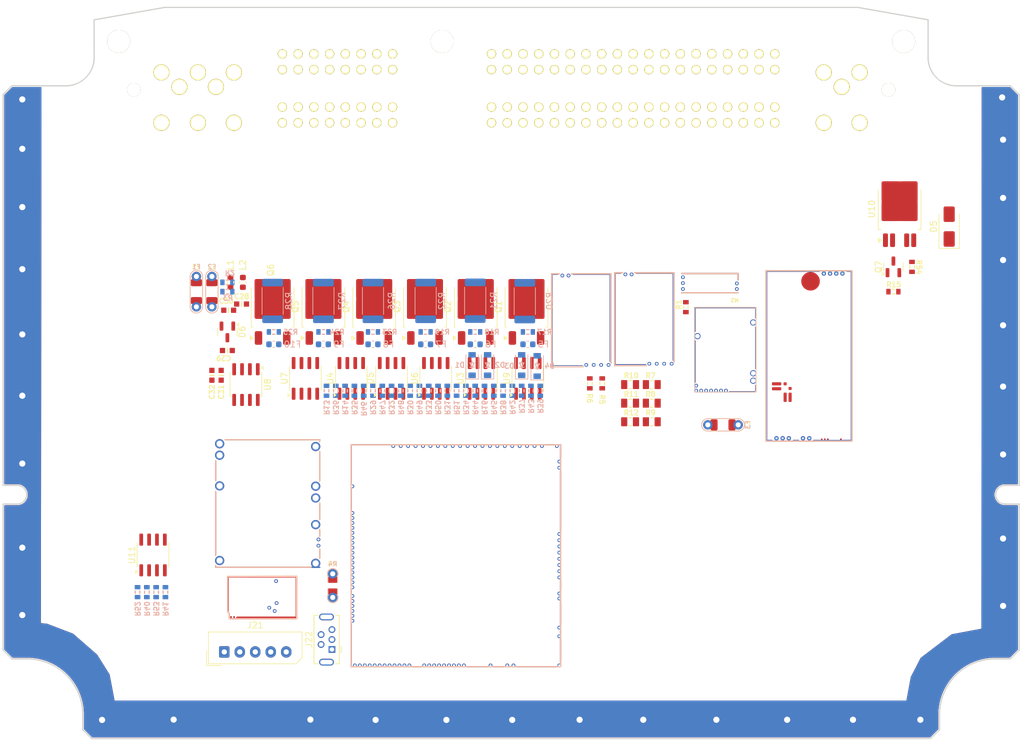
<source format=kicad_pcb>
(kicad_pcb (version 20240108) (generator "pcbnew") (generator_version "8.0")
  (title_block (title "Hellen121vag") (date "2022-10-14") (rev "d") (company "andreika @ rusEFI.com"))
  (layers (0 "F.Cu" signal) (1 "In1.Cu" signal "GND.Cu") (2 "In2.Cu" signal "Power.Cu") (31 "B.Cu" signal) (34 "B.Paste" user) (35 "F.Paste" user) (36 "B.SilkS" user "B.Silkscreen") (37 "F.SilkS" user "F.Silkscreen") (38 "B.Mask" user) (39 "F.Mask" user) (44 "Edge.Cuts" user))
  (net 0 "")
  (net 1 "PIN114")
  (net 2 "PIN2")
  (net 3 "PIN1")
  (net 4 "PIN5")
  (net 5 "PIN4")
  (net 6 "PIN22")
  (net 7 "PIN108")
  (net 8 "PIN85")
  (net 9 "PIN37")
  (net 10 "PIN40")
  (net 11 "PIN84")
  (net 12 "PIN113")
  (net 13 "PIN106")
  (net 14 "PIN41")
  (net 15 "PIN91")
  (net 16 "PIN13")
  (net 17 "+5VA")
  (net 18 "PIN44")
  (net 19 "+3.3VA")
  (net 20 "PIN38")
  (net 21 "PIN42")
  (net 22 "PIN90")
  (net 23 "PIN19")
  (net 24 "PIN12")
  (net 25 "PIN45")
  (net 26 "PIN11")
  (net 27 "PIN46")
  (net 28 "PIN83")
  (net 29 "PIN63")
  (net 30 "PIN82")
  (net 31 "PIN65")
  (net 32 "PIN48")
  (net 33 "PIN47")
  (net 34 "PIN10")
  (net 35 "PIN9")
  (net 36 "PIN17")
  (net 37 "PIN20")
  (net 38 "PIN21")
  (net 39 "PIN105")
  (net 40 "PIN103")
  (net 41 "PIN121")
  (net 42 "PIN96")
  (net 43 "PIN67")
  (net 44 "PIN97")
  (net 45 "PIN27")
  (net 46 "PIN32")
  (net 47 "PIN81")
  (net 48 "PIN94")
  (net 49 "PIN110")
  (net 50 "PIN36")
  (net 51 "PIN31")
  (net 52 "PIN34")
  (net 53 "PIN15")
  (net 54 "PIN92")
  (net 55 "PIN112")
  (net 56 "PIN51")
  (net 57 "PIN88")
  (net 58 "PIN86")
  (net 59 "PIN43")
  (net 60 "PIN111")
  (net 61 "PIN50")
  (net 62 "PIN95")
  (net 63 "PIN28")
  (net 64 "PIN29")
  (net 65 "PIN14")
  (net 66 "PIN18")
  (net 67 "PIN25")
  (net 68 "PIN26")
  (net 69 "PIN87")
  (net 70 "PIN69")
  (net 71 "PIN49")
  (net 72 "PIN109")
  (net 73 "PIN39")
  (net 74 "PIN35")
  (net 75 "PIN102")
  (net 76 "PIN118")
  (net 77 "PIN33")
  (net 78 "PIN119")
  (net 79 "PIN100")
  (net 80 "PIN120")
  (net 81 "PIN30")
  (net 82 "PIN117")
  (net 83 "PIN70")
  (net 84 "PIN6")
  (net 85 "PIN116")
  (net 86 "PIN7")
  (net 87 "PIN101")
  (net 88 "PIN93")
  (net 89 "PIN89")
  (net 90 "PIN16")
  (net 91 "PIN104")
  (net 92 "PIN8")
  (net 93 "/LS1")
  (net 94 "E6INJ7CANRX")
  (net 95 "E7INJ8CANTX")
  (net 97 "Net-(U8-T-)")
  (net 98 "Net-(U8-T+)")
  (net 99 "/VBAT")
  (net 100 "/IGN1")
  (net 101 "Net-(F5-Pad1)")
  (net 102 "Net-(F6-Pad1)")
  (net 103 "/IGN2")
  (net 104 "Net-(F7-Pad1)")
  (net 105 "/IGN3")
  (net 106 "Net-(F8-Pad1)")
  (net 107 "/IGN4")
  (net 108 "Net-(F9-Pad1)")
  (net 109 "/IGN5")
  (net 110 "Net-(F10-Pad1)")
  (net 111 "/IGN6")
  (net 116 "/IN_AUX3")
  (net 120 "Net-(U7-IN1)")
  (net 121 "Net-(U7-IN2)")
  (net 122 "/VBUS")
  (net 123 "/USB+")
  (net 124 "/USB-")
  (net 126 "/IN_KNOCK")
  (net 127 "/VREF1")
  (net 128 "/VR_DISCRETE")
  (net 129 "/VR_MAX9924")
  (net 132 "Net-(U3-IN1)")
  (net 133 "Net-(U4-IN1)")
  (net 135 "/DC1_PWM")
  (net 136 "/DC1_DIR")
  (net 137 "/DC2_PWM")
  (net 138 "/DC2_DIR")
  (net 139 "Net-(Q1-G)")
  (net 140 "Net-(Q2-G)")
  (net 141 "Net-(Q3-G)")
  (net 142 "Net-(Q4-G)")
  (net 143 "Net-(Q5-G)")
  (net 144 "Net-(Q6-G)")
  (net 145 "/IN_VMAIN")
  (net 146 "/PG_5VP")
  (net 147 "Net-(M1-PG_5VP)")
  (net 148 "/ADC3")
  (net 149 "/VR_DISCRETE_A")
  (net 150 "Net-(U5-IN1)")
  (net 151 "Net-(U6-IN1)")
  (net 152 "/INJ2")
  (net 153 "/INJ4")
  (net 154 "/INJ6")
  (net 155 "/INJ1")
  (net 156 "/INJ3")
  (net 157 "/INJ5")
  (net 158 "/LS_HOT1")
  (net 159 "/LS_HOT2")
  (net 160 "+3.3V")
  (net 161 "/DC2_DIS")
  (net 162 "/LS2")
  (net 163 "/LS4")
  (net 164 "/LS3")
  (net 165 "Net-(U4-IN2)")
  (net 166 "Net-(U5-IN2)")
  (net 167 "Net-(U6-IN2)")
  (net 168 "Net-(U9-IN1)")
  (net 169 "Net-(U3-IN2)")
  (net 176 "Net-(U9-IN2)")
  (net 177 "Net-(U11-IN1)")
  (net 178 "Net-(U11-IN2)")
  (net 182 "/INTERNAL_MAP")
  (net 183 "/MISO3")
  (net 184 "/SCK3")
  (net 185 "/EGT/SPI_CS")
  (net 187 "+5V")
  (net 192 "/PWR_EN")
  (net 193 "/VR_DISCRETE_THR")
  (net 197 "/VIGN")
  (net 206 "Net-(M5-PULL_DOWN1)")
  (net 213 "/IN_VIGN")
  (net 218 "Net-(F3-Pad2)")
  (net 219 "DC1_DIS_W1")
  (net 220 "Net-(M6-LED_GREEN)")
  (net 221 "Net-(Q7-D)")
  (net 222 "Net-(U10-IS)")
  (footprint "368255-2:368255-2" (layer "F.Cu") (at 194.802 69.107 180)
    (property "Reference" "P1" (hide yes))
    (property "Value" "368255-2" (hide yes))
  )
  (footprint "hellen-one-common:R0805" (layer "F.Cu") (at 146.5 58.5)
    (property "Reference" "R12")
    (property "Value" "10k" (hide yes))
  )
  (footprint "Inductor_SMD:L_0603_1608Metric" (layer "F.Cu") (at 84 36 -90)
    (property "Reference" "L2")
    (property "Value" "470R@100MHz")
  )
  (footprint "Package_TO_SOT_SMD:TO-252-2" (layer "F.Cu") (at 129.78 39.935 90)
    (property "Reference" "Q1")
    (property "Value" "ISL9V3040D3ST")
  )
  (footprint "Package_TO_SOT_SMD:TO-252-2" (layer "F.Cu") (at 105.195 39.935 90)
    (property "Reference" "Q4")
    (property "Value" "ISL9V3040D3ST")
  )
  (footprint "hellen-one-common:C0603" (layer "F.Cu") (at 83.790001 39.5)
    (property "Reference" "C28")
    (property "Value" "10n" (hide yes))
  )
  (footprint "Package_SO:SOIC-8_3.9x4.9mm_P1.27mm" (layer "F.Cu") (at 94.095 51.5 90)
    (property "Reference" "U7")
    (property "Value" "VNLD5160TR-E")
  )
  (footprint "hellen-one-power_12and5V-0.3:power_12and5V" (layer "F.Cu") (at 79.500002 82.100003)
    (property "Reference" "M1" (hide yes))
    (property "Value" "Module-power_12and5V-0.3" (hide yes))
  )
  (footprint "hellen-one-knock-0.2:knock" (layer "F.Cu") (at 164.025 34.474999 180)
    (property "Reference" "M2")
    (property "Value" "Module-knock-0.2" (hide yes))
  )
  (footprint "Package_TO_SOT_SMD:TO-252-4" (layer "F.Cu") (at 190 24.16 90)
    (property "Reference" "U10")
    (property "Value" "BTS6143D")
  )
  (footprint "Package_TO_SOT_SMD:TO-252-2" (layer "F.Cu") (at 88.805 39.935 90)
    (property "Reference" "Q6")
    (property "Value" "ISL9V3040D3ST")
  )
  (footprint "hellen-one-common:C0603" (layer "F.Cu") (at 81.5 47 180)
    (property "Reference" "C29")
    (property "Value" "100n" (hide yes))
  )
  (footprint "hellen-one-vr-max9924-0.1:vr-max9924" (layer "F.Cu") (at 143.9 34.3375 -90)
    (property "Reference" "M4" (hide yes))
    (property "Value" "Module-vr-max9924-0.1" (hide yes))
  )
  (footprint "hellen-one-common:C0603" (layer "F.Cu") (at 80.5 51 90)
    (property "Reference" "C31")
    (property "Value" "100n" (hide yes))
  )
  (footprint "hellen-one-common:R0805" (layer "F.Cu") (at 150 55.5)
    (property "Reference" "R8")
    (property "Value" "DNP" (hide yes))
  )
  (footprint "hellen-one-common:R0805" (layer "F.Cu") (at 146.5 52.5)
    (property "Reference" "R10")
    (property "Value" "10k" (hide yes))
  )
  (footprint "Package_SO:SOIC-8_3.9x4.9mm_P1.27mm" (layer "F.Cu") (at 108 51.5 90)
    (property "Reference" "U5")
    (property "Value" "VNLD5160TR-E")
  )
  (footprint "hellen-one-common:PAD-1206-PAD" (layer "F.Cu") (at 79 37.5 -90)
    (property "Reference" "F2")
    (property "Value" "12H1500D" (hide yes))
  )
  (footprint "Package_TO_SOT_SMD:TO-252-2" (layer "F.Cu") (at 113.39 39.935 90)
    (property "Reference" "Q3")
    (property "Value" "ISL9V3040D3ST")
  )
  (footprint "hellen-one-common:PAD-0805-PAD" (layer "F.Cu") (at 98.5 84.950001 -90)
    (property "Reference" "R4")
    (property "Value" "Jumper-Pad-Pad" (hide yes))
  )
  (footprint "hellen-one-common:R0805" (layer "F.Cu") (at 150 58.5)
    (property "Reference" "R9")
    (property "Value" "DNP" (hide yes))
  )
  (footprint "hellen-one-common:PAD-1206-PAD" (layer "F.Cu") (at 161.5 59 180)
    (property "Reference" "F3")
    (property "Value" "12H1500D" (hide yes))
  )
  (footprint "hellen-one-common:PAD-1206-PAD" (layer "F.Cu") (at 76.5 37.5 -90)
    (property "Reference" "F1")
    (property "Value" "12H1500D" (hide yes))
  )
  (footprint "Package_TO_SOT_SMD:SOT-23" (layer "F.Cu") (at 189 33.5 90)
    (property "Reference" "Q7")
    (property "Value" "AO3400A")
  )
  (footprint "Connector_Molex:Molex_SPOX_5267-05A_1x05_P2.50mm_Vertical" (layer "F.Cu") (at 81 95.65)
    (property "Reference" "J21")
    (property "Value" "Conn_01x05_Male")
  )
  (footprint "hellen-one-common:R0603" (layer "F.Cu") (at 189 37.5)
    (property "Reference" "R15")
    (property "Value" "4.7k" (hide yes))
  )
  (footprint "hellen-one-common:C0603" (layer "F.Cu") (at 81.709999 40.5 180)
    (property "Reference" "C30")
    (property "Value" "10n" (hide yes))
  )
  (footprint "Package_TO_SOT_SMD:SOT-23" (layer "F.Cu") (at 81.5 44 -90)
    (property "Reference" "D6")
    (property "Value" "NUP2105L")
  )
  (footprint "hellen-one-mega-mcu100-0.3:mega-mcu100" (layer "F.Cu") (at 135.375005 62.124995 180)
    (property "Reference" "M6" (hide yes))
    (property "Value" "Module:mega-mcu100/0.3" (hide yes))
  )
  (footprint "Package_SO:SOIC-8_3.9x4.9mm_P1.27mm" (layer "F.Cu") (at 122.5 51.5 90)
    (property "Reference" "U3")
    (property "Value" "VNLD5160TR-E")
  )
  (footprint "Package_TO_SOT_SMD:TO-252-2" (layer "F.Cu") (at 97 39.935 90)
    (property "Reference" "Q5")
    (property "Value" "ISL9V3040D3ST")
  )
  (footprint "hellen-one-motor-driver-0.1:motor-driver" (layer "F.Cu") (at 166.875 53.775 90)
    (property "Reference" "M8" (hide yes))
    (property "Value" "Module-motor-driver-0.1" (hide yes))
  )
  (footprint "hellen-one-vr-discrete-0.5:vr-discrete" (layer "F.Cu") (at 133.725 34.525 -90)
    (property "Reference" "M3" (hide yes))
    (property "Value" "Module-vr-discrete-0.5" (hide yes))
  )
  (footprint "hellen-one-wbo-0.5:wbo" (layer "F.Cu") (at 182.425 61.725 90)
    (property "Reference" "M5" (hide yes))
    (property "Value" "Module-wbo-0.5" (hide yes))
  )
  (footprint "hellen-one-common:R0603" (layer "F.Cu") (at 155.5 40 90)
    (property "Reference" "R1")
    (property "Value" "4.7k" (hide yes))
  )
  (footprint "hellen-one-common:R0603" (layer "F.Cu") (at 192 33.5 -90)
    (property "Reference" "R54")
    (property "Value" "1k" (hide yes))
  )
  (footprint "hellen-one-common:R0603" (layer "F.Cu") (at 140 52.3 -90)
    (property "Reference" "R6")
    (property "Value" "0" (hide yes))
  )
  (footprint "Package_SO:SOIC-8_3.9x4.9mm_P1.27mm" (layer "F.Cu") (at 115.135 51.5 90)
    (property "Reference" "U6")
    (property "Value" "VNLD5160TR-E")
  )
  (footprint "Inductor_SMD:L_0603_1608Metric" (layer "F.Cu") (at 82 36 -90)
    (property "Reference" "L1")
    (property "Value" "470R@100MHz")
  )
  (footprint "hellen-one-common:R0805" (layer "F.Cu") (at 150 52.5)
    (property "Reference" "R7")
    (property "Value" "DNP" (hide yes))
  )
  (footprint "hellen-one-common:R0805" (layer "F.Cu") (at 146.5 55.5)
    (property "Reference" "R11")
    (property "Value" "10k" (hide yes))
  )
  (footprint "Package_SO:SOIC-8_3.9x4.9mm_P1.27mm" (layer "F.Cu") (at 101.5 51.5 90)
    (property "Reference" "U4")
    (property "Value" "VNLD5160TR-E")
  )
  (footprint "Diode_SMD:D_SMA" (layer "F.Cu") (at 198 27 90)
    (property "Reference" "D5")
    (property "Value" "SS34")
  )
  (footprint "hellen-one-common:USB-MINI-B-VERTICAL" (layer "F.Cu") (at 97.5 93.65 90)
    (property "Reference" "J22")
    (property "Value" "USB_B_Mini")
  )
  (footprint "Package_TO_SOT_SMD:TO-252-2" (layer "F.Cu") (at 121.585 39.935 90)
    (property "Reference" "Q2")
    (property "Value" "ISL9V3040D3ST")
  )
  (footprint "hellen-one-common:C0603" (layer "F.Cu") (at 79 51 90)
    (property "Reference" "C32")
    (property "Value" "1u" (hide yes))
  )
  (footprint "hellen-one-can-0.1:can" (layer "F.Cu") (at 81.437502 90.418337)
    (property "Reference" "M7" (hide yes))
    (property "Value" "Module-can-0.1" (hide yes))
  )
  (footprint "hellen-one-common:R0603" (layer "F.Cu") (at 142 52.3 -90)
    (property "Reference" "R5")
    (property "Value" "0" (hide yes))
  )
  (footprint "Package_SO:SOIC-8_3.9x4.9mm_P1.27mm" (layer "F.Cu") (at 130 51.5 90)
    (property "Reference" "U9")
    (property "Value" "VNLD5160TR-E")
  )
  (footprint "Package_SO:SOIC-8_3.9x4.9mm_P1.27mm" (layer "F.Cu") (at 69.5 80 90)
    (property "Reference" "U11")
    (property "Value" "VNLD5160TR-E")
  )
  (footprint "Package_SO:SOIC-8_3.9x4.9mm_P1.27mm" (layer "F.Cu") (at 84.5 52.5 -90)
    (property "Reference" "U8")
    (property "Value" "MAX31855KASA")
  )
  (footprint "hellen-one-common:R0603" (layer "B.Cu") (at 130 44)
    (property "Reference" "R17")
    (property "Value" "22" (hide yes))
  )
  (footprint "hellen-one-common:R0603" (layer "B.Cu") (at 126 53.5 90)
    (property "Reference" "R38")
    (property "Value" "4.7k" (hide yes))
  )
  (footprint "hellen-one-common:R0603" (layer "B.Cu") (at 129 53.5 90)
    (property "Reference" "R37")
    (property "Value" "4.7k" (hide yes))
  )
  (footprint "hellen-one-common:R0603" (layer "B.Cu") (at 67 86 90)
    (property "Reference" "R52")
    (property "Value" "4.7k" (hide yes))
  )
  (footprint "hellen-one-common:R0603" (layer "B.Cu") (at 68.5 86 90)
    (property "Reference" "R40")
    (property "Value" "4.7k" (hide yes))
  )
  (footprint "hellen-one-common:R0603" (layer "B.Cu") (at 132 53.5 90)
    (property "Reference" "R39")
    (property "Value" "4.7k" (hide yes))
  )
  (footprint "hellen-one-common:R0603" (layer "B.Cu") (at 89 44)
    (property "Reference" "R25")
    (property "Value" "22" (hide yes))
  )
  (footprint "hellen-one-common:R0603" (layer "B.Cu") (at 105 53.5 90)
    (property "Reference" "R29")
    (property "Value" "4.7k" (hide yes))
  )
  (footprint "hellen-one-common:R0603" (layer "B.Cu") (at 114 53.5 90)
    (property "Reference" "R33")
    (property "Value" "4.7k" (hide yes))
  )
  (footprint "hellen-one-common:R0603" (layer "B.Cu") (at 102 53.5 90)
    (property "Reference" "R35")
    (property "Value" "4.7k" (hide yes))
  )
  (footprint "hellen-one-common:R0603" (layer "B.Cu") (at 117 53.5 90)
    (property "Reference" "R31")
    (property "Value" "4.7k" (hide yes))
  )
  (footprint "hellen-one-common:R0603" (layer "B.Cu") (at 111 53.5 90)
    (property "Reference" "R30")
    (property "Value" "4.7k" (hide yes))
  )
  (footprint "hellen-one-common:SOD-123" (layer "B.Cu") (at 121 49.35 90)
    (property "Reference" "D1")
    (property "Value" "B5819W" (hide yes))
  )
  (footprint "hellen-one-common:R0603" (layer "B.Cu") (at 100.5 53.5 90)
    (property "Reference" "R14")
    (property "Value" "4.7k" (hide yes))
  )
  (footprint "hellen-one-common:R0603" (layer "B.Cu") (at 130.5 53.5 90)
    (property "Reference" "R43")
    (property "Value" "4.7k" (hide yes))
  )
  (footprint "hellen-one-common:R0603" (layer "B.Cu") (at 113.5 44)
    (property "Reference" "R19")
    (property "Value" "22" (hide yes))
  )
  (footprint "hellen-one-common:R0603" (layer "B.Cu") (at 118.5 53.5 90)
    (property "Reference" "R51")
    (property "Value" "4.7k" (hide yes))
  )
  (footprint "Fuse:Fuse_0603_1608Metric" (layer "B.Cu") (at 89 46 180)
    (property "Reference" "F10")
    (property "Value" "50mA")
  )
  (footprint "hellen-one-common:R0603" (layer "B.Cu") (at 115.5 53.5 90)
    (property "Reference" "R50")
    (property "Value" "4.7k" (hide yes))
  )
  (footprint "hellen-one-common:R0603" (layer "B.Cu") (at 109.5 53.5 90)
    (property "Reference" "R48")
    (property "Value" "4.7k" (hide yes))
  )
  (footprint "Fuse:Fuse_0603_1608Metric" (layer "B.Cu") (at 121.5 46 180)
    (property "Reference" "F6")
    (property "Value" "50mA")
  )
  (footprint "hellen-one-common:R0603" (layer "B.Cu") (at 121.5 53.5 90)
    (property "Reference" "R44")
    (property "Value" "4.7k" (hide yes))
  )
  (footprint "Resistor_SMD:R_2512_6332Metric" (layer "B.Cu") (at 97 39 90)
    (property "Reference" "R27")
    (property "Value" "0")
  )
  (footprint "hellen-one-common:R0603" (layer "B.Cu") (at 97.5 53.5 90)
    (property "Reference" "R13")
    (property "Value" "4.7k" (hide yes))
  )
  (footprint "hellen-one-common:R0603" (layer "B.Cu") (at 105 44)
    (property "Reference" "R23")
    (property "Value" "22" (hide yes))
  )
  (footprint "hellen-one-common:R0603" (layer "B.Cu") (at 112.5 53.5 90)
    (property "Reference" "R49")
    (property "Value" "4.7k" (hide yes))
  )
  (footprint "hellen-one-common:R0603" (layer "B.Cu") (at 124.5 53.5 90)
    (property "Reference" "R45")
    (property "Value" "4.7k" (hide yes))
  )
  (footprint "hellen-one-common:R0603" (layer "B.Cu") (at 97 44)
    (property "Reference" "R24")
    (property "Value" "22" (hide yes))
  )
  (footprint "Resistor_SMD:R_2512_6332Metric" (layer "B.Cu") (at 88.805 39 90)
    (property "Reference" "R28")
    (property "Value" "0")
  )
  (footprint "hellen-one-common:SOD-123" (layer "B.Cu") (at 123.5 49.35 90)
    (property "Reference" "D2")
    (property "Value" "B5819W" (hide yes))
  )
  (footprint "hellen-one-common:R0603" (layer "B.Cu") (at 81.5 37.5 180)
    (property "Reference" "R3")
    (property "Value" "6.8k" (hide yes))
  )
  (footprint "hellen-one-common:R0603" (layer "B.Cu") (at 99 53.5 90)
    (property "Reference" "R36")
    (property "Value" "4.7k" (hide yes))
  )
  (footprint "Resistor_SMD:R_2512_6332Metric" (layer "B.Cu") (at 113.5 39 90)
    (property "Reference" "R22")
    (property "Value" "0")
  )
  (footprint "hellen-one-common:R0603" (layer "B.Cu") (at 103.5 53.5 90)
    (property "Reference" "R46")
    (property "Value" "4.7k" (hide yes))
  )
  (footprint "Fuse:Fuse_0603_1608Metric" (layer "B.Cu") (at 97 46 180)
    (property "Reference" "F9")
    (property "Value" "50mA")
  )
  (footprint "hellen-one-common:R0603" (layer "B.Cu") (at 71.5 86 90)
    (property "Reference" "R41")
    (property "Value" "4.7k" (hide yes))
  )
  (footprint "hellen-one-common:R0603" (layer "B.Cu") (at 127.5 53.5 90)
    (property "Reference" "R42")
    (property "Value" "4.7k" (hide yes))
  )
  (footprint "Fuse:Fuse_0603_1608Metric" (layer "B.Cu") (at 105 46 180)
    (property "Reference" "F8")
    (property "Value" "50mA")
  )
  (footprint "hellen-one-common:R0603" (layer "B.Cu") (at 81.5 36)
    (property "Reference" "R2")
    (property "Value" "33k" (hide yes))
  )
  (footprint "Fuse:Fuse_0603_1608Metric" (layer "B.Cu") (at 130 46 180)
    (property "Reference" "F5")
    (property "Value" "50mA")
  )
  (footprint "hellen-one-common:R0603" (layer "B.Cu") (at 123 53.5 90)
    (property "Reference" "R16")
    (property "Value" "4.7k" (hide yes))
  )
  (footprint "hellen-one-common:R0603" (layer "B.Cu") (at 121.5 44)
    (property "Reference" "R18")
    (property "Value" "22" (hide yes))
  )
  (footprint "hellen-one-common:R0603" (layer "B.Cu") (at 70 86 90)
    (property "Reference" "R53")
    (property "Value" "4.7k" (hide yes))
  )
  (footprint "hellen-one-common:SOD-123" (layer "B.Cu") (at 129 49.35 90)
    (property "Reference" "D3")
    (property "Value" "B5819W" (hide yes))
  )
  (footprint "hellen-one-common:R0603" (layer "B.Cu") (at 120 53.5 90)
    (property "Reference" "R34")
    (property "Value" "4.7k" (hide yes))
  )
  (footprint "hellen-one-common:SOD-123" (layer "B.Cu") (at 131.5 49.5 90)
    (property "Reference" "D4")
    (property "Value" "B5819W" (hide yes))
  )
  (footprint "Resistor_SMD:R_2512_6332Metric" (layer "B.Cu") (at 129.5 39.0375 90)
    (property "Reference" "R20")
    (property "Value" "0")
  )
  (footprint "Resistor_SMD:R_2512_6332Metric" (layer "B.Cu") (at 121.5 38.9625 90)
    (property "Reference" "R21")
    (property "Value" "0")
  )
  (footprint "Fuse:Fuse_0603_1608Metric" (layer "B.Cu") (at 113.5 46 180)
    (property "Reference" "F7")
    (property "Value" "50mA")
  )
  (footprint "Resistor_SMD:R_2512_6332Metric" (layer "B.Cu") (at 105 39 90)
    (property "Reference" "R26")
    (property "Value" "0")
  )
  (footprint "hellen-one-common:R0603" (layer "B.Cu") (at 106.5 53.5 90)
    (property "Reference" "R47")
    (property "Value" "4.7k" (hide yes))
  )
  (footprint "hellen-one-common:R0603" (layer "B.Cu") (at 108 53.5 90)
    (property "Reference" "R32")
    (property "Value" "4.7k" (hide yes))
  )
  (gr_line (start 71.34 -8.375) (end 59.9848 -6.375) (stroke (width 0.2)) (layer "Edge.Cuts"))
  (gr_line (start 196.44 105.765) (end 196.44 108.210787) (stroke (width 0.2)) (layer "Edge.Cuts"))
  (gr_arc (start 207 71.775) (mid 205.49983 70.275) (end 207 68.775) (stroke (width 0.2)) (layer "Edge.Cuts"))
  (gr_arc (start 49.16 96.765001) (mid 55.523961 99.40104) (end 58.16 105.765001) (stroke (width 0.2)) (layer "Edge.Cuts"))
  (gr_line (start 194.6 -6.375) (end 194.6 -0.166999) (stroke (width 0.2)) (layer "Edge.Cuts"))
  (gr_arc (start 199.1 4.275002) (mid 195.951807 2.963919) (end 194.6 -0.166999) (stroke (width 0.2)) (layer "Edge.Cuts"))
  (gr_line (start 47.6 71.775001) (end 45.3 71.775001) (stroke (width 0.2)) (layer "Edge.Cuts"))
  (gr_arc (start 60 -0.286999) (mid 58.652794 2.945614) (end 55.4128 4.275) (stroke (width 0.2)) (layer "Edge.Cuts"))
  (gr_line (start 209.3 5.689214) (end 209.3 68.775) (stroke (width 0.2)) (layer "Edge.Cuts"))
  (gr_line (start 205.44 96.765) (end 207.885786 96.765) (stroke (width 0.2)) (layer "Edge.Cuts"))
  (gr_line (start 59.574213 109.625001) (end 195.025786 109.625) (stroke (width 0.2)) (layer "Edge.Cuts"))
  (gr_line (start 46.714213 4.275) (end 55.4128 4.275) (stroke (width 0.2)) (layer "Edge.Cuts"))
  (gr_line (start 207 68.775) (end 209.3 68.775) (stroke (width 0.2)) (layer "Edge.Cuts"))
  (gr_line (start 59.9848 -6.375) (end 60 -0.286999) (stroke (width 0.2)) (layer "Edge.Cuts"))
  (gr_line (start 71.34 -8.375) (end 183.26 -8.375) (stroke (width 0.2)) (layer "Edge.Cuts"))
  (gr_line (start 45.3 5.689214) (end 45.3 68.775001) (stroke (width 0.2)) (layer "Edge.Cuts"))
  (gr_line (start 196.44 108.210787) (end 195.025786 109.625) (stroke (width 0.2)) (layer "Edge.Cuts"))
  (gr_line (start 45.3 71.775001) (end 45.3 95.350787) (stroke (width 0.2)) (layer "Edge.Cuts"))
  (gr_line (start 58.16 108.210787) (end 59.574213 109.625) (stroke (width 0.2)) (layer "Edge.Cuts"))
  (gr_line (start 207 71.775) (end 209.3 71.775) (stroke (width 0.2)) (layer "Edge.Cuts"))
  (gr_line (start 183.26 -8.375) (end 194.6 -6.375) (stroke (width 0.2)) (layer "Edge.Cuts"))
  (gr_line (start 45.299999 95.350787) (end 46.714213 96.765001) (stroke (width 0.2)) (layer "Edge.Cuts"))
  (gr_line (start 49.16 96.765001) (end 46.714213 96.765001) (stroke (width 0.2)) (layer "Edge.Cuts"))
  (gr_line (start 47.6 68.775001) (end 45.3 68.775001) (stroke (width 0.2)) (layer "Edge.Cuts"))
  (gr_line (start 45.3 5.689214) (end 46.714213 4.275001) (stroke (width 0.2)) (layer "Edge.Cuts"))
  (gr_arc (start 196.44 105.765) (mid 199.076039 99.401039) (end 205.44 96.765) (stroke (width 0.2)) (layer "Edge.Cuts"))
  (gr_line (start 209.3 95.350787) (end 207.885786 96.765) (stroke (width 0.2)) (layer "Edge.Cuts"))
  (gr_line (start 58.16 105.765001) (end 58.16 108.210787) (stroke (width 0.2)) (layer "Edge.Cuts"))
  (gr_arc (start 47.6 68.775001) (mid 49.099999 70.275) (end 47.6 71.775001) (stroke (width 0.2)) (layer "Edge.Cuts"))
  (gr_line (start 209.3 71.775001) (end 209.3 95.350787) (stroke (width 0.2)) (layer "Edge.Cuts"))
  (gr_line (start 209.3 5.689214) (end 207.885786 4.275001) (stroke (width 0.2)) (layer "Edge.Cuts"))
  (gr_line (start 207.885786 4.275) (end 199.1 4.275) (stroke (width 0.2)) (layer "Edge.Cuts"))
  (via (at 206.7 22.375) (size 2) (drill 1) (layers "F.Cu" "B.Cu") (net 12))
  (via (at 206.7 12.975) (size 2) (drill 1) (layers "F.Cu" "B.Cu") (net 12))
  (via (at 206.7 77.35) (size 2) (drill 1) (layers "F.Cu" "B.Cu") (net 12))
  (via (at 206.7 63.775) (size 2) (drill 1) (layers "F.Cu" "B.Cu") (net 12))
  (via (at 206.7 88.225) (size 2) (drill 1) (layers "F.Cu" "B.Cu") (net 12))
  (via (at 94.9 106.575) (size 2) (drill 1) (layers "F.Cu" "B.Cu") (net 12))
  (via (at 206.55 6.15) (size 2) (drill 1) (layers "F.Cu" "B.Cu") (net 12))
  (via (at 105.425 106.625) (size 2) (drill 1) (layers "F.Cu" "B.Cu") (net 12))
  (via (at 48.4 23.85) (size 2) (drill 1) (layers "F.Cu" "B.Cu") (net 12))
  (via (at 206.7 32.4) (size 2) (drill 1) (layers "F.Cu" "B.Cu") (net 12))
  (via (at 48.4 33.875) (size 2) (drill 1) (layers "F.Cu" "B.Cu") (net 12))
  (via (at 182.475 106.6) (size 2) (drill 1) (layers "F.Cu" "B.Cu") (net 12))
  (via (at 138.35 106.6) (size 2) (drill 1) (layers "F.Cu" "B.Cu") (net 12))
  (via (at 160.425 106.6) (size 2) (drill 1) (layers "F.Cu" "B.Cu") (net 12))
  (via (at 61.275 106.625) (size 2) (drill 1) (layers "F.Cu" "B.Cu") (net 12))
  (via (at 48.4 78.825) (size 2) (drill 1) (layers "F.Cu" "B.Cu") (net 12))
  (via (at 48.4 44.4) (size 2) (drill 1) (layers "F.Cu" "B.Cu") (net 12))
  (via (at 48.4 6.475) (size 2) (drill 1) (layers "F.Cu" "B.Cu") (net 12))
  (via (at 48.4 89.7) (size 2) (drill 1) (layers "F.Cu" "B.Cu") (net 12))
  (via (at 48.4 54.3) (size 2) (drill 1) (layers "F.Cu" "B.Cu") (net 12))
  (via (at 193.35 106.6) (size 2) (drill 1) (layers "F.Cu" "B.Cu") (net 12))
  (via (at 148.625 106.6) (size 2) (drill 1) (layers "F.Cu" "B.Cu") (net 12))
  (via (at 206.7 42.925) (size 2) (drill 1) (layers "F.Cu" "B.Cu") (net 12))
  (via (at 48.4 14.45) (size 2) (drill 1) (layers "F.Cu" "B.Cu") (net 12))
  (via (at 127.475 106.625) (size 2) (drill 1) (layers "F.Cu" "B.Cu") (net 12))
  (via (at 72.825 106.575) (size 2) (drill 1) (layers "F.Cu" "B.Cu") (net 12))
  (via (at 116.85 106.625) (size 2) (drill 1) (layers "F.Cu" "B.Cu") (net 12))
  (via (at 206.7 52.825) (size 2) (drill 1) (layers "F.Cu" "B.Cu") (net 12))
  (via (at 171.85 106.6) (size 2) (drill 1) (layers "F.Cu" "B.Cu") (net 12))
  (via (at 48.4 65.25) (size 2) (drill 1) (layers "F.Cu" "B.Cu") (net 12))
  (zone (net 12) (net_name "PIN113") (layer "F.Cu") (connect_pads yes (clearance 0.2)) (min_thickness 0.254) (fill yes (thermal_gap 0.508) (thermal_bridge_width 0.508))
    (polygon (pts (xy 203.2 91.9) (xy 203.25 3.8) (xy 210.1 3.8) (xy 209.4 110.7) (xy 44.8 110) (xy 45 3.8) (xy 51.5 3.8) (xy 51.4 91) (xy 52.4 91.1) (xy 56.6 92.7) (xy 60.5 96.1) (xy 62.5 99.3) (xy 63.3 103.5) (xy 191.1 103.5) (xy 191.8 99.7) (xy 193.4 96.6) (xy 198.4 92.8)))
  )
  (zone (net 12) (net_name "PIN113") (layer "B.Cu") (connect_pads yes (clearance 0.2)) (min_thickness 0.254) (fill yes (thermal_gap 0.508) (thermal_bridge_width 0.508))
    (polygon (pts (xy 203.2 91.9) (xy 203.25 3.8) (xy 210.1 3.8) (xy 209.4 110.7) (xy 44.8 110) (xy 45 3.8) (xy 51.5 3.8) (xy 51.4 91) (xy 52.4 91.1) (xy 56.6 92.7) (xy 60.5 96.1) (xy 62.5 99.3) (xy 63.3 103.5) (xy 191.1 103.5) (xy 191.8 99.7) (xy 193.4 96.6) (xy 198.4 92.8)))
  )
)
</source>
